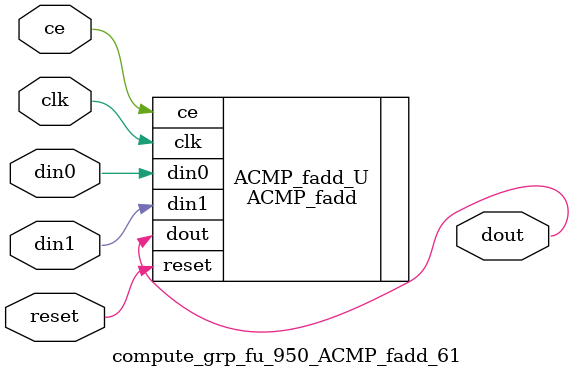
<source format=v>

`timescale 1 ns / 1 ps
module compute_grp_fu_950_ACMP_fadd_61(
    clk,
    reset,
    ce,
    din0,
    din1,
    dout);

parameter ID = 32'd1;
parameter NUM_STAGE = 32'd1;
parameter din0_WIDTH = 32'd1;
parameter din1_WIDTH = 32'd1;
parameter dout_WIDTH = 32'd1;
input clk;
input reset;
input ce;
input[din0_WIDTH - 1:0] din0;
input[din1_WIDTH - 1:0] din1;
output[dout_WIDTH - 1:0] dout;



ACMP_fadd #(
.ID( ID ),
.NUM_STAGE( 4 ),
.din0_WIDTH( din0_WIDTH ),
.din1_WIDTH( din1_WIDTH ),
.dout_WIDTH( dout_WIDTH ))
ACMP_fadd_U(
    .clk( clk ),
    .reset( reset ),
    .ce( ce ),
    .din0( din0 ),
    .din1( din1 ),
    .dout( dout ));

endmodule

</source>
